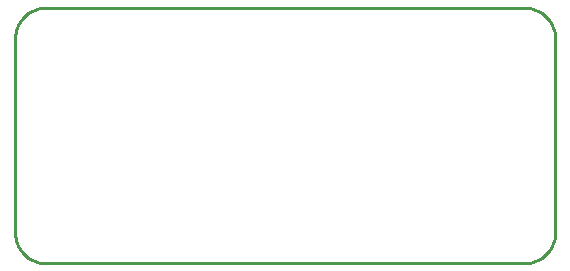
<source format=gko>
G04 EAGLE Gerber RS-274X export*
G75*
%MOMM*%
%FSLAX34Y34*%
%LPD*%
%IN*%
%IPPOS*%
%AMOC8*
5,1,8,0,0,1.08239X$1,22.5*%
G01*
%ADD10C,0.254000*%


D10*
X0Y25400D02*
X97Y23186D01*
X386Y20989D01*
X865Y18826D01*
X1532Y16713D01*
X2380Y14666D01*
X3403Y12700D01*
X4594Y10831D01*
X5942Y9073D01*
X7440Y7440D01*
X9073Y5942D01*
X10831Y4594D01*
X12700Y3403D01*
X14666Y2380D01*
X16713Y1532D01*
X18826Y865D01*
X20989Y386D01*
X23186Y97D01*
X25400Y0D01*
X431800Y0D01*
X434014Y97D01*
X436211Y386D01*
X438374Y865D01*
X440487Y1532D01*
X442535Y2380D01*
X444500Y3403D01*
X446369Y4594D01*
X448127Y5942D01*
X449761Y7440D01*
X451258Y9073D01*
X452606Y10831D01*
X453797Y12700D01*
X454820Y14666D01*
X455668Y16713D01*
X456335Y18826D01*
X456814Y20989D01*
X457103Y23186D01*
X457200Y25400D01*
X457200Y190500D01*
X457103Y192714D01*
X456814Y194911D01*
X456335Y197074D01*
X455668Y199187D01*
X454820Y201235D01*
X453797Y203200D01*
X452606Y205069D01*
X451258Y206827D01*
X449761Y208461D01*
X448127Y209958D01*
X446369Y211306D01*
X444500Y212497D01*
X442535Y213520D01*
X440487Y214368D01*
X438374Y215035D01*
X436211Y215514D01*
X434014Y215803D01*
X431800Y215900D01*
X25400Y215900D01*
X23186Y215803D01*
X20989Y215514D01*
X18826Y215035D01*
X16713Y214368D01*
X14666Y213520D01*
X12700Y212497D01*
X10831Y211306D01*
X9073Y209958D01*
X7440Y208461D01*
X5942Y206827D01*
X4594Y205069D01*
X3403Y203200D01*
X2380Y201235D01*
X1532Y199187D01*
X865Y197074D01*
X386Y194911D01*
X97Y192714D01*
X0Y190500D01*
X0Y25400D01*
M02*

</source>
